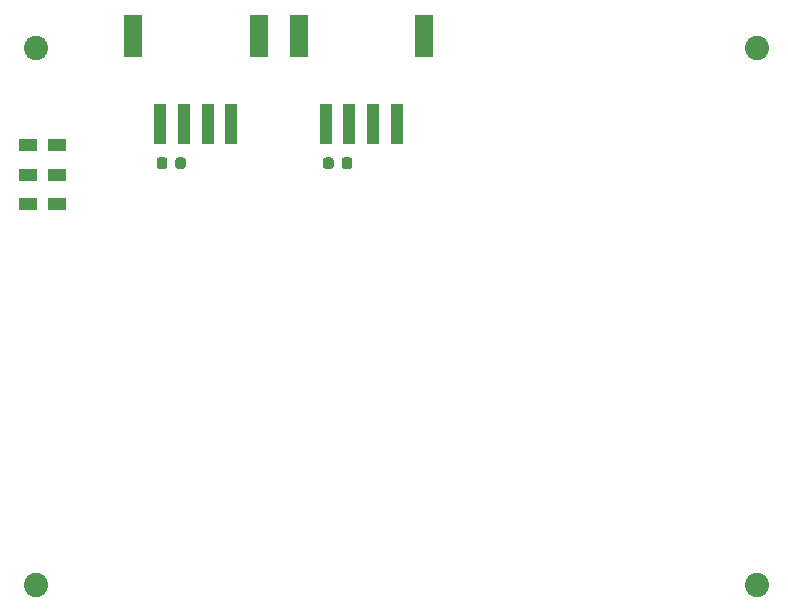
<source format=gbp>
G04 #@! TF.GenerationSoftware,KiCad,Pcbnew,(5.0.0)*
G04 #@! TF.CreationDate,2020-06-08T02:19:36+09:00*
G04 #@! TF.ProjectId,WioTerminal_BatteryChassisAAA,57696F5465726D696E616C5F42617474,rev?*
G04 #@! TF.SameCoordinates,PX206cc80PYfe6f74f0*
G04 #@! TF.FileFunction,Paste,Bot*
G04 #@! TF.FilePolarity,Positive*
%FSLAX46Y46*%
G04 Gerber Fmt 4.6, Leading zero omitted, Abs format (unit mm)*
G04 Created by KiCad (PCBNEW (5.0.0)) date 06/08/20 02:19:36*
%MOMM*%
%LPD*%
G01*
G04 APERTURE LIST*
%ADD10C,2.050000*%
%ADD11R,1.600000X1.000000*%
%ADD12C,0.100000*%
%ADD13C,0.875000*%
%ADD14R,1.000000X3.400000*%
%ADD15R,1.500000X3.600000*%
G04 APERTURE END LIST*
D10*
G04 #@! TO.C,MH4*
X-30500000Y22750000D03*
G04 #@! TD*
G04 #@! TO.C,MH1*
X-30500000Y-22750000D03*
G04 #@! TD*
G04 #@! TO.C,MH2*
X30500000Y-22750000D03*
G04 #@! TD*
G04 #@! TO.C,MH3*
X30500000Y22750000D03*
G04 #@! TD*
D11*
G04 #@! TO.C,SW1*
X-28800000Y9500000D03*
X-28800000Y12000000D03*
X-28800000Y14500000D03*
X-31200000Y14500000D03*
X-31200000Y9500000D03*
X-31200000Y12000000D03*
G04 #@! TD*
D12*
G04 #@! TO.C,C12*
G36*
X-5547309Y13473947D02*
X-5526074Y13470797D01*
X-5505250Y13465581D01*
X-5485038Y13458349D01*
X-5465632Y13449170D01*
X-5447219Y13438134D01*
X-5429976Y13425346D01*
X-5414070Y13410930D01*
X-5399654Y13395024D01*
X-5386866Y13377781D01*
X-5375830Y13359368D01*
X-5366651Y13339962D01*
X-5359419Y13319750D01*
X-5354203Y13298926D01*
X-5351053Y13277691D01*
X-5350000Y13256250D01*
X-5350000Y12743750D01*
X-5351053Y12722309D01*
X-5354203Y12701074D01*
X-5359419Y12680250D01*
X-5366651Y12660038D01*
X-5375830Y12640632D01*
X-5386866Y12622219D01*
X-5399654Y12604976D01*
X-5414070Y12589070D01*
X-5429976Y12574654D01*
X-5447219Y12561866D01*
X-5465632Y12550830D01*
X-5485038Y12541651D01*
X-5505250Y12534419D01*
X-5526074Y12529203D01*
X-5547309Y12526053D01*
X-5568750Y12525000D01*
X-6006250Y12525000D01*
X-6027691Y12526053D01*
X-6048926Y12529203D01*
X-6069750Y12534419D01*
X-6089962Y12541651D01*
X-6109368Y12550830D01*
X-6127781Y12561866D01*
X-6145024Y12574654D01*
X-6160930Y12589070D01*
X-6175346Y12604976D01*
X-6188134Y12622219D01*
X-6199170Y12640632D01*
X-6208349Y12660038D01*
X-6215581Y12680250D01*
X-6220797Y12701074D01*
X-6223947Y12722309D01*
X-6225000Y12743750D01*
X-6225000Y13256250D01*
X-6223947Y13277691D01*
X-6220797Y13298926D01*
X-6215581Y13319750D01*
X-6208349Y13339962D01*
X-6199170Y13359368D01*
X-6188134Y13377781D01*
X-6175346Y13395024D01*
X-6160930Y13410930D01*
X-6145024Y13425346D01*
X-6127781Y13438134D01*
X-6109368Y13449170D01*
X-6089962Y13458349D01*
X-6069750Y13465581D01*
X-6048926Y13470797D01*
X-6027691Y13473947D01*
X-6006250Y13475000D01*
X-5568750Y13475000D01*
X-5547309Y13473947D01*
X-5547309Y13473947D01*
G37*
D13*
X-5787500Y13000000D03*
D12*
G36*
X-3972309Y13473947D02*
X-3951074Y13470797D01*
X-3930250Y13465581D01*
X-3910038Y13458349D01*
X-3890632Y13449170D01*
X-3872219Y13438134D01*
X-3854976Y13425346D01*
X-3839070Y13410930D01*
X-3824654Y13395024D01*
X-3811866Y13377781D01*
X-3800830Y13359368D01*
X-3791651Y13339962D01*
X-3784419Y13319750D01*
X-3779203Y13298926D01*
X-3776053Y13277691D01*
X-3775000Y13256250D01*
X-3775000Y12743750D01*
X-3776053Y12722309D01*
X-3779203Y12701074D01*
X-3784419Y12680250D01*
X-3791651Y12660038D01*
X-3800830Y12640632D01*
X-3811866Y12622219D01*
X-3824654Y12604976D01*
X-3839070Y12589070D01*
X-3854976Y12574654D01*
X-3872219Y12561866D01*
X-3890632Y12550830D01*
X-3910038Y12541651D01*
X-3930250Y12534419D01*
X-3951074Y12529203D01*
X-3972309Y12526053D01*
X-3993750Y12525000D01*
X-4431250Y12525000D01*
X-4452691Y12526053D01*
X-4473926Y12529203D01*
X-4494750Y12534419D01*
X-4514962Y12541651D01*
X-4534368Y12550830D01*
X-4552781Y12561866D01*
X-4570024Y12574654D01*
X-4585930Y12589070D01*
X-4600346Y12604976D01*
X-4613134Y12622219D01*
X-4624170Y12640632D01*
X-4633349Y12660038D01*
X-4640581Y12680250D01*
X-4645797Y12701074D01*
X-4648947Y12722309D01*
X-4650000Y12743750D01*
X-4650000Y13256250D01*
X-4648947Y13277691D01*
X-4645797Y13298926D01*
X-4640581Y13319750D01*
X-4633349Y13339962D01*
X-4624170Y13359368D01*
X-4613134Y13377781D01*
X-4600346Y13395024D01*
X-4585930Y13410930D01*
X-4570024Y13425346D01*
X-4552781Y13438134D01*
X-4534368Y13449170D01*
X-4514962Y13458349D01*
X-4494750Y13465581D01*
X-4473926Y13470797D01*
X-4452691Y13473947D01*
X-4431250Y13475000D01*
X-3993750Y13475000D01*
X-3972309Y13473947D01*
X-3972309Y13473947D01*
G37*
D13*
X-4212500Y13000000D03*
G04 #@! TD*
D12*
G04 #@! TO.C,C13*
G36*
X-18059809Y13473947D02*
X-18038574Y13470797D01*
X-18017750Y13465581D01*
X-17997538Y13458349D01*
X-17978132Y13449170D01*
X-17959719Y13438134D01*
X-17942476Y13425346D01*
X-17926570Y13410930D01*
X-17912154Y13395024D01*
X-17899366Y13377781D01*
X-17888330Y13359368D01*
X-17879151Y13339962D01*
X-17871919Y13319750D01*
X-17866703Y13298926D01*
X-17863553Y13277691D01*
X-17862500Y13256250D01*
X-17862500Y12743750D01*
X-17863553Y12722309D01*
X-17866703Y12701074D01*
X-17871919Y12680250D01*
X-17879151Y12660038D01*
X-17888330Y12640632D01*
X-17899366Y12622219D01*
X-17912154Y12604976D01*
X-17926570Y12589070D01*
X-17942476Y12574654D01*
X-17959719Y12561866D01*
X-17978132Y12550830D01*
X-17997538Y12541651D01*
X-18017750Y12534419D01*
X-18038574Y12529203D01*
X-18059809Y12526053D01*
X-18081250Y12525000D01*
X-18518750Y12525000D01*
X-18540191Y12526053D01*
X-18561426Y12529203D01*
X-18582250Y12534419D01*
X-18602462Y12541651D01*
X-18621868Y12550830D01*
X-18640281Y12561866D01*
X-18657524Y12574654D01*
X-18673430Y12589070D01*
X-18687846Y12604976D01*
X-18700634Y12622219D01*
X-18711670Y12640632D01*
X-18720849Y12660038D01*
X-18728081Y12680250D01*
X-18733297Y12701074D01*
X-18736447Y12722309D01*
X-18737500Y12743750D01*
X-18737500Y13256250D01*
X-18736447Y13277691D01*
X-18733297Y13298926D01*
X-18728081Y13319750D01*
X-18720849Y13339962D01*
X-18711670Y13359368D01*
X-18700634Y13377781D01*
X-18687846Y13395024D01*
X-18673430Y13410930D01*
X-18657524Y13425346D01*
X-18640281Y13438134D01*
X-18621868Y13449170D01*
X-18602462Y13458349D01*
X-18582250Y13465581D01*
X-18561426Y13470797D01*
X-18540191Y13473947D01*
X-18518750Y13475000D01*
X-18081250Y13475000D01*
X-18059809Y13473947D01*
X-18059809Y13473947D01*
G37*
D13*
X-18300000Y13000000D03*
D12*
G36*
X-19634809Y13473947D02*
X-19613574Y13470797D01*
X-19592750Y13465581D01*
X-19572538Y13458349D01*
X-19553132Y13449170D01*
X-19534719Y13438134D01*
X-19517476Y13425346D01*
X-19501570Y13410930D01*
X-19487154Y13395024D01*
X-19474366Y13377781D01*
X-19463330Y13359368D01*
X-19454151Y13339962D01*
X-19446919Y13319750D01*
X-19441703Y13298926D01*
X-19438553Y13277691D01*
X-19437500Y13256250D01*
X-19437500Y12743750D01*
X-19438553Y12722309D01*
X-19441703Y12701074D01*
X-19446919Y12680250D01*
X-19454151Y12660038D01*
X-19463330Y12640632D01*
X-19474366Y12622219D01*
X-19487154Y12604976D01*
X-19501570Y12589070D01*
X-19517476Y12574654D01*
X-19534719Y12561866D01*
X-19553132Y12550830D01*
X-19572538Y12541651D01*
X-19592750Y12534419D01*
X-19613574Y12529203D01*
X-19634809Y12526053D01*
X-19656250Y12525000D01*
X-20093750Y12525000D01*
X-20115191Y12526053D01*
X-20136426Y12529203D01*
X-20157250Y12534419D01*
X-20177462Y12541651D01*
X-20196868Y12550830D01*
X-20215281Y12561866D01*
X-20232524Y12574654D01*
X-20248430Y12589070D01*
X-20262846Y12604976D01*
X-20275634Y12622219D01*
X-20286670Y12640632D01*
X-20295849Y12660038D01*
X-20303081Y12680250D01*
X-20308297Y12701074D01*
X-20311447Y12722309D01*
X-20312500Y12743750D01*
X-20312500Y13256250D01*
X-20311447Y13277691D01*
X-20308297Y13298926D01*
X-20303081Y13319750D01*
X-20295849Y13339962D01*
X-20286670Y13359368D01*
X-20275634Y13377781D01*
X-20262846Y13395024D01*
X-20248430Y13410930D01*
X-20232524Y13425346D01*
X-20215281Y13438134D01*
X-20196868Y13449170D01*
X-20177462Y13458349D01*
X-20157250Y13465581D01*
X-20136426Y13470797D01*
X-20115191Y13473947D01*
X-20093750Y13475000D01*
X-19656250Y13475000D01*
X-19634809Y13473947D01*
X-19634809Y13473947D01*
G37*
D13*
X-19875000Y13000000D03*
G04 #@! TD*
D14*
G04 #@! TO.C,J3*
X0Y16300000D03*
X-2000000Y16300000D03*
X-4000000Y16300000D03*
X-6000000Y16300000D03*
D15*
X-8300000Y23800000D03*
X2300000Y23800000D03*
G04 #@! TD*
G04 #@! TO.C,J4*
X-11700000Y23800000D03*
X-22300000Y23800000D03*
D14*
X-20000000Y16300000D03*
X-18000000Y16300000D03*
X-16000000Y16300000D03*
X-14000000Y16300000D03*
G04 #@! TD*
M02*

</source>
